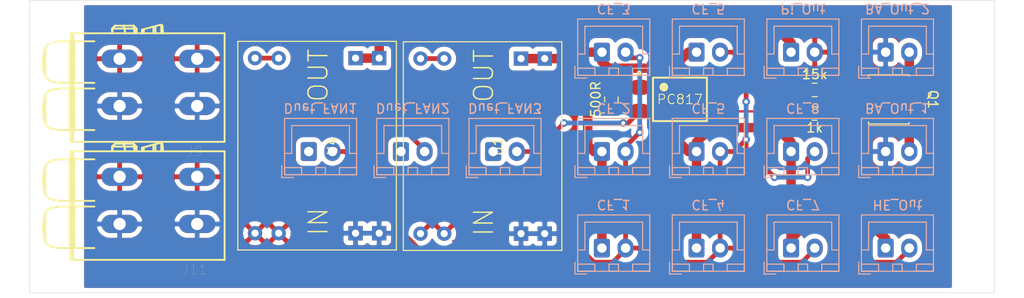
<source format=kicad_pcb>
(kicad_pcb (version 20171130) (host pcbnew "(5.1.5)-3")
  (layers (0 F.Cu signal) (31 B.Cu signal) (34 B.Paste user) (35 F.Paste user) (36 B.SilkS user) (37 F.SilkS user) (38 B.Mask user) (39 F.Mask user) (44 Edge.Cuts user))
  (net 0 "")
  (net 1 GND)
  (net 2 CF_SWITCHED_NEG)
  (net 3 +12V)
  (net 4 +24V)
  (net 5 +5V)
  (net 6 HE_SWITCHED_NEG)
  (net 7 BA_OUT_NEG)
  (net 8 "Net-(J15-Pad1)")
  (net 9 "Net-(J16-Pad1)")
  (net 10 BA_SWITCHED_NEG)
  (net 11 "Net-(J17-Pad1)")
  (net 12 "Net-(Q1-Pad4)")
  (net 13 "Net-(R1-Pad1)")
  (net 14 FET_GATE)
  (net 15 "Net-(U1-Pad4)")
  (net 16 "Net-(U4-Pad4)")
  (module MountingHole:MountingHole_2.2mm_M2 (layer F.Cu) (at 250 52.5)
    (fp_text reference H4 hide)
    (fp_text value MountingHole)
    (pad 1 np_thru_hole circle (at 0 0) (size 2.2 2.2) (drill 2.2) (layers *.Cu *.Mask))
  )
  (module MountingHole:MountingHole_2.2mm_M2 (layer F.Cu) (at 152 52.5)
    (fp_text reference H3 hide)
    (fp_text value MountingHole)
    (pad 1 np_thru_hole circle (at 0 0) (size 2.2 2.2) (drill 2.2) (layers *.Cu *.Mask))
  )
  (module MountingHole:MountingHole_2.2mm_M2 (layer F.Cu) (at 152 28.5)
    (fp_text reference H2 hide)
    (fp_text value MountingHole)
    (pad 1 np_thru_hole circle (at 0 0) (size 2.2 2.2) (drill 2.2) (layers *.Cu *.Mask))
  )
  (module MountingHole:MountingHole_2.2mm_M2 (layer F.Cu) (at 250 28.5)
    (fp_text reference H1 hide)
    (fp_text value MountingHole)
    (pad 1 np_thru_hole circle (at 0 0) (size 2.2 2.2) (drill 2.2) (layers *.Cu *.Mask))
  )
  (module OptoDevice:Sharp-PC817-SMD (layer F.Cu) (at 218.75 35.5)
    (fp_text reference U2 hide)
    (fp_text value PC817 (at 0 0) (layer F.SilkS) (effects (font (size 1.00037 1.00037) (thickness 0.1))))
    (pad 1 smd oval (at -4.25 -1.27) (size 2.25 1.6) (layers F.Cu F.Paste F.Mask) (net 13 "Net-(R1-Pad1)"))
    (pad 2 smd oval (at -4.25 1.27) (size 2.25 1.6) (layers F.Cu F.Paste F.Mask) (net 10 BA_SWITCHED_NEG))
    (pad 3 smd oval (at 4.25 1.27) (size 2.25 1.6) (layers F.Cu F.Paste F.Mask) (net 14 FET_GATE))
    (pad 4 smd oval (at 4.25 -1.27) (size 2.25 1.6) (layers F.Cu F.Paste F.Mask) (net 3 +12V))
  )
  (module Connector_Wago:WAGO-2604-1102 (layer F.Cu) (at 159.5 51 180)
    (fp_text reference J11 (at -7.925 -2.535) (layer F.SilkS) (effects (font (thickness 0.015))))
    (fp_text value Duet_Out)
    (fp_text user 1 (at 9.9 2.35) (layer F.SilkS) (effects (font (thickness 0.015))))
    (pad 1 thru_hole oval (at 0 2.3 180) (size 3.8608 1.9304) (drill 1.3) (layers *.Cu *.Mask) (net 4 +24V))
    (pad 1 thru_hole oval (at -8.2 2.3 180) (size 3.8608 1.9304) (drill 1.3) (layers *.Cu *.Mask) (net 4 +24V))
    (pad 2 thru_hole oval (at 0 7.3 180) (size 3.8608 1.9304) (drill 1.3) (layers *.Cu *.Mask) (net 1 GND))
    (pad 2 thru_hole oval (at -8.2 7.3 180) (size 3.8608 1.9304) (drill 1.3) (layers *.Cu *.Mask) (net 1 GND))
  )
  (module Connector_Wago:WAGO-2604-1102 (layer F.Cu) (at 159.5 38.5 180)
    (fp_text reference J9 (at -7.925 -2.535) (layer F.SilkS) (effects (font (thickness 0.015))))
    (fp_text value PSU_IN)
    (fp_text user 1 (at 9.9 2.35) (layer F.SilkS) (effects (font (thickness 0.015))))
    (pad 1 thru_hole oval (at 0 2.3 180) (size 3.8608 1.9304) (drill 1.3) (layers *.Cu *.Mask) (net 4 +24V))
    (pad 1 thru_hole oval (at -8.2 2.3 180) (size 3.8608 1.9304) (drill 1.3) (layers *.Cu *.Mask) (net 4 +24V))
    (pad 2 thru_hole oval (at 0 7.3 180) (size 3.8608 1.9304) (drill 1.3) (layers *.Cu *.Mask) (net 1 GND))
    (pad 2 thru_hole oval (at -8.2 7.3 180) (size 3.8608 1.9304) (drill 1.3) (layers *.Cu *.Mask) (net 1 GND))
  )
  (module Paul_custom_footprints:MP1584EN (layer F.Cu) (at 172 51.454 90)
    (fp_text reference U4 (at 11 10 90) (layer F.SilkS))
    (fp_text value LM2596)
    (fp_text user OUT (at 18.5 8.5 90) (layer F.SilkS) (effects (font (size 2 2))))
    (fp_text user IN (at 3 8.5 90) (layer F.SilkS) (effects (font (size 2 2))))
    (pad 3 thru_hole rect (at 20.32 14.946 90) (size 1.524 1.524) (drill 0.762) (layers *.Cu *.Mask) (net 5 +5V))
    (pad 3 thru_hole rect (at 20.32 12.446 90) (size 1.524 1.524) (drill 0.762) (layers *.Cu *.Mask) (net 5 +5V))
    (pad 4 thru_hole circle (at 20.32 4.318 90) (size 1.524 1.524) (drill 0.762) (layers *.Cu *.Mask) (net 16 "Net-(U4-Pad4)"))
    (pad 4 thru_hole circle (at 20.32 1.818 90) (size 1.524 1.524) (drill 0.762) (layers *.Cu *.Mask) (net 16 "Net-(U4-Pad4)"))
    (pad 1 thru_hole rect (at 1.778 14.946 90) (size 1.524 1.524) (drill 0.762) (layers *.Cu *.Mask) (net 4 +24V))
    (pad 1 thru_hole rect (at 1.778 12.446 90) (size 1.524 1.524) (drill 0.762) (layers *.Cu *.Mask) (net 4 +24V))
    (pad 2 thru_hole circle (at 1.778 4.318 90) (size 1.524 1.524) (drill 0.762) (layers *.Cu *.Mask) (net 1 GND))
    (pad 2 thru_hole circle (at 1.778 1.818 90) (size 1.524 1.524) (drill 0.762) (layers *.Cu *.Mask) (net 1 GND))
  )
  (module Paul_custom_footprints:MP1584EN (layer F.Cu) (at 189.5 51.5 90)
    (fp_text reference U1 (at 11 10 90) (layer F.SilkS))
    (fp_text value LM2596)
    (fp_text user OUT (at 18.5 8.5 90) (layer F.SilkS) (effects (font (size 2 2))))
    (fp_text user IN (at 3 8.5 90) (layer F.SilkS) (effects (font (size 2 2))))
    (pad 3 thru_hole rect (at 20.32 14.946 90) (size 1.524 1.524) (drill 0.762) (layers *.Cu *.Mask) (net 3 +12V))
    (pad 3 thru_hole rect (at 20.32 12.446 90) (size 1.524 1.524) (drill 0.762) (layers *.Cu *.Mask) (net 3 +12V))
    (pad 4 thru_hole circle (at 20.32 4.318 90) (size 1.524 1.524) (drill 0.762) (layers *.Cu *.Mask) (net 15 "Net-(U1-Pad4)"))
    (pad 4 thru_hole circle (at 20.32 1.818 90) (size 1.524 1.524) (drill 0.762) (layers *.Cu *.Mask) (net 15 "Net-(U1-Pad4)"))
    (pad 1 thru_hole rect (at 1.778 14.946 90) (size 1.524 1.524) (drill 0.762) (layers *.Cu *.Mask) (net 4 +24V))
    (pad 1 thru_hole rect (at 1.778 12.446 90) (size 1.524 1.524) (drill 0.762) (layers *.Cu *.Mask) (net 4 +24V))
    (pad 2 thru_hole circle (at 1.778 4.318 90) (size 1.524 1.524) (drill 0.762) (layers *.Cu *.Mask) (net 1 GND))
    (pad 2 thru_hole circle (at 1.778 1.818 90) (size 1.524 1.524) (drill 0.762) (layers *.Cu *.Mask) (net 1 GND))
  )
  (module Connector_JST:JST_XH_B2B-XH-A_1x02_P2.50mm_Vertical (layer B.Cu) (at 199 41.025)
    (fp_text reference J17 hide)
    (fp_text value Duet_FAN3 (at 1.25 -4.6 180 unlocked) (layer B.SilkS) (effects (justify mirror)))
    (pad 2 thru_hole oval (at 2.5 0) (size 1.7 2) (drill 1) (layers *.Cu *.Mask) (net 10 BA_SWITCHED_NEG))
    (pad 1 thru_hole roundrect (at 0 0) (size 1.7 2) (drill 1) (layers *.Cu *.Mask) (roundrect_rratio 0.147059) (net 11 "Net-(J17-Pad1)"))
  )
  (module Connector_JST:JST_XH_B2B-XH-A_1x02_P2.50mm_Vertical (layer B.Cu) (at 189.25 41.025)
    (fp_text reference J16 hide)
    (fp_text value Duet_FAN2 (at 1.25 -4.6 180 unlocked) (layer B.SilkS) (effects (justify mirror)))
    (pad 2 thru_hole oval (at 2.5 0) (size 1.7 2) (drill 1) (layers *.Cu *.Mask) (net 6 HE_SWITCHED_NEG))
    (pad 1 thru_hole roundrect (at 0 0) (size 1.7 2) (drill 1) (layers *.Cu *.Mask) (roundrect_rratio 0.147059) (net 9 "Net-(J16-Pad1)"))
  )
  (module Connector_JST:JST_XH_B2B-XH-A_1x02_P2.50mm_Vertical (layer B.Cu) (at 179.5 41.025)
    (fp_text reference J15 hide)
    (fp_text value Duet_FAN1 (at 1.25 -4.6 180 unlocked) (layer B.SilkS) (effects (justify mirror)))
    (pad 2 thru_hole oval (at 2.5 0) (size 1.7 2) (drill 1) (layers *.Cu *.Mask) (net 2 CF_SWITCHED_NEG))
    (pad 1 thru_hole roundrect (at 0 0) (size 1.7 2) (drill 1) (layers *.Cu *.Mask) (roundrect_rratio 0.147059) (net 8 "Net-(J15-Pad1)"))
  )
  (module Connector_JST:JST_XH_B2B-XH-A_1x02_P2.50mm_Vertical (layer B.Cu) (at 240.5 30.5)
    (fp_text reference J14 hide)
    (fp_text value BA_Out_2 (at 1.25 -4.6 180 unlocked) (layer B.SilkS) (effects (justify mirror)))
    (pad 2 thru_hole oval (at 2.5 0) (size 1.7 2) (drill 1) (layers *.Cu *.Mask) (net 7 BA_OUT_NEG))
    (pad 1 thru_hole roundrect (at 0 0) (size 1.7 2) (drill 1) (layers *.Cu *.Mask) (roundrect_rratio 0.147059) (net 4 +24V))
  )
  (module Connector_JST:JST_XH_B2B-XH-A_1x02_P2.50mm_Vertical (layer B.Cu) (at 240.5 41.025)
    (fp_text reference J13 hide)
    (fp_text value BA_Out_1 (at 1.25 -4.6 180 unlocked) (layer B.SilkS) (effects (justify mirror)))
    (pad 2 thru_hole oval (at 2.5 0) (size 1.7 2) (drill 1) (layers *.Cu *.Mask) (net 7 BA_OUT_NEG))
    (pad 1 thru_hole roundrect (at 0 0) (size 1.7 2) (drill 1) (layers *.Cu *.Mask) (roundrect_rratio 0.147059) (net 4 +24V))
  )
  (module Connector_JST:JST_XH_B2B-XH-A_1x02_P2.50mm_Vertical (layer B.Cu) (at 240.5 51.25)
    (fp_text reference J12 hide)
    (fp_text value HE_Out (at 1.25 -4.6 180 unlocked) (layer B.SilkS) (effects (justify mirror)))
    (pad 2 thru_hole oval (at 2.5 0) (size 1.7 2) (drill 1) (layers *.Cu *.Mask) (net 6 HE_SWITCHED_NEG))
    (pad 1 thru_hole roundrect (at 0 0) (size 1.7 2) (drill 1) (layers *.Cu *.Mask) (roundrect_rratio 0.147059) (net 3 +12V))
  )
  (module Connector_JST:JST_XH_B2B-XH-A_1x02_P2.50mm_Vertical (layer B.Cu) (at 230.5 30.5)
    (fp_text reference J10 hide)
    (fp_text value Pi_Out (at 1.25 -4.6 180 unlocked) (layer B.SilkS) (effects (justify mirror)))
    (pad 2 thru_hole oval (at 2.5 0) (size 1.7 2) (drill 1) (layers *.Cu *.Mask) (net 1 GND))
    (pad 1 thru_hole roundrect (at 0 0) (size 1.7 2) (drill 1) (layers *.Cu *.Mask) (roundrect_rratio 0.147059) (net 5 +5V))
  )
  (module Connector_JST:JST_XH_B2B-XH-A_1x02_P2.50mm_Vertical (layer B.Cu) (at 230.5 41.025)
    (fp_text reference J8 hide)
    (fp_text value CF_8 (at 1.25 -4.6 180 unlocked) (layer B.SilkS) (effects (justify mirror)))
    (pad 2 thru_hole oval (at 2.5 0) (size 1.7 2) (drill 1) (layers *.Cu *.Mask) (net 2 CF_SWITCHED_NEG))
    (pad 1 thru_hole roundrect (at 0 0) (size 1.7 2) (drill 1) (layers *.Cu *.Mask) (roundrect_rratio 0.147059) (net 3 +12V))
  )
  (module Connector_JST:JST_XH_B2B-XH-A_1x02_P2.50mm_Vertical (layer B.Cu) (at 230.5 51.25)
    (fp_text reference J7 hide)
    (fp_text value CF_7 (at 1.25 -4.6 180 unlocked) (layer B.SilkS) (effects (justify mirror)))
    (pad 2 thru_hole oval (at 2.5 0) (size 1.7 2) (drill 1) (layers *.Cu *.Mask) (net 2 CF_SWITCHED_NEG))
    (pad 1 thru_hole roundrect (at 0 0) (size 1.7 2) (drill 1) (layers *.Cu *.Mask) (roundrect_rratio 0.147059) (net 3 +12V))
  )
  (module Connector_JST:JST_XH_B2B-XH-A_1x02_P2.50mm_Vertical (layer B.Cu) (at 220.5 41.025)
    (fp_text reference J6 hide)
    (fp_text value CF_5 (at 1.25 -4.6 180 unlocked) (layer B.SilkS) (effects (justify mirror)))
    (pad 2 thru_hole oval (at 2.5 0) (size 1.7 2) (drill 1) (layers *.Cu *.Mask) (net 2 CF_SWITCHED_NEG))
    (pad 1 thru_hole roundrect (at 0 0) (size 1.7 2) (drill 1) (layers *.Cu *.Mask) (roundrect_rratio 0.147059) (net 3 +12V))
  )
  (module Connector_JST:JST_XH_B2B-XH-A_1x02_P2.50mm_Vertical (layer B.Cu) (at 220.5 30.5)
    (fp_text reference J5 hide)
    (fp_text value CF_5 (at 1.25 -4.6 180 unlocked) (layer B.SilkS) (effects (justify mirror)))
    (pad 2 thru_hole oval (at 2.5 0) (size 1.7 2) (drill 1) (layers *.Cu *.Mask) (net 2 CF_SWITCHED_NEG))
    (pad 1 thru_hole roundrect (at 0 0) (size 1.7 2) (drill 1) (layers *.Cu *.Mask) (roundrect_rratio 0.147059) (net 3 +12V))
  )
  (module Connector_JST:JST_XH_B2B-XH-A_1x02_P2.50mm_Vertical (layer B.Cu) (at 220.5 51.25)
    (fp_text reference J4 hide)
    (fp_text value CF_4 (at 1.25 -4.6 180 unlocked) (layer B.SilkS) (effects (justify mirror)))
    (pad 2 thru_hole oval (at 2.5 0) (size 1.7 2) (drill 1) (layers *.Cu *.Mask) (net 2 CF_SWITCHED_NEG))
    (pad 1 thru_hole roundrect (at 0 0) (size 1.7 2) (drill 1) (layers *.Cu *.Mask) (roundrect_rratio 0.147059) (net 3 +12V))
  )
  (module Connector_JST:JST_XH_B2B-XH-A_1x02_P2.50mm_Vertical (layer B.Cu) (at 210.5 30.5)
    (fp_text reference J3 hide)
    (fp_text value CF_3 (at 1.25 -4.6 180 unlocked) (layer B.SilkS) (effects (justify mirror)))
    (pad 2 thru_hole oval (at 2.5 0) (size 1.7 2) (drill 1) (layers *.Cu *.Mask) (net 2 CF_SWITCHED_NEG))
    (pad 1 thru_hole roundrect (at 0 0) (size 1.7 2) (drill 1) (layers *.Cu *.Mask) (roundrect_rratio 0.147059) (net 3 +12V))
  )
  (module Connector_JST:JST_XH_B2B-XH-A_1x02_P2.50mm_Vertical (layer B.Cu) (at 210.5 41.025)
    (fp_text reference J2 hide)
    (fp_text value CF_2 (at 1.25 -4.6 180 unlocked) (layer B.SilkS) (effects (justify mirror)))
    (pad 2 thru_hole oval (at 2.5 0) (size 1.7 2) (drill 1) (layers *.Cu *.Mask) (net 2 CF_SWITCHED_NEG))
    (pad 1 thru_hole roundrect (at 0 0) (size 1.7 2) (drill 1) (layers *.Cu *.Mask) (roundrect_rratio 0.147059) (net 3 +12V))
  )
  (module Connector_JST:JST_XH_B2B-XH-A_1x02_P2.50mm_Vertical (layer B.Cu) (at 210.5 51.25)
    (fp_text reference J1 hide)
    (fp_text value CF_1 (at 1.25 -4.6 180 unlocked) (layer B.SilkS) (effects (justify mirror)))
    (pad 2 thru_hole oval (at 2.5 0) (size 1.7 2) (drill 1) (layers *.Cu *.Mask) (net 2 CF_SWITCHED_NEG))
    (pad 1 thru_hole roundrect (at 0 0) (size 1.7 2) (drill 1) (layers *.Cu *.Mask) (roundrect_rratio 0.147059) (net 3 +12V))
  )
  (module Package_TO_SOT_SMD:LFPAK56 (layer F.Cu) (at 241 35.5)
    (fp_text reference Q1 (at 4.5 0 270 unlocked) (layer F.SilkS))
    (fp_text value PSMN0R9-25YLC)
    (pad 5 smd custom (at 0.435 0) (size 3.3 4.2) (layers F.Cu F.Mask) (net 7 BA_OUT_NEG) (options (clearance outline) (anchor rect)) (primitives (gr_poly (pts (xy 1.425 -2.35) (xy 2.975 -2.35) (xy 2.975 2.35) (xy 1.425 2.35)) (width 0))))
    (pad 4 smd rect (at -2.835 1.91 270) (size 0.7 1.15) (layers F.Cu F.Paste F.Mask) (net 12 "Net-(Q1-Pad4)"))
    (pad 3 smd rect (at -2.835 0.64 270) (size 0.7 1.15) (layers F.Cu F.Paste F.Mask) (net 1 GND))
    (pad 1 smd rect (at -2.835 -1.91 270) (size 0.7 1.15) (layers F.Cu F.Paste F.Mask) (net 1 GND))
    (pad 2 smd rect (at -2.835 -0.64 270) (size 0.7 1.15) (layers F.Cu F.Paste F.Mask) (net 1 GND))
  )
  (module Resistor_SMD:R_0805_2012Metric (layer F.Cu) (at 211.5 35.5 270)
    (fp_text reference R1 hide)
    (fp_text value 500R (at 0 1.65 90) (layer F.SilkS))
    (pad 1 smd roundrect (at -0.9375 0 270) (size 0.975 1.4) (layers F.Cu F.Paste F.Mask) (net 13 "Net-(R1-Pad1)"))
    (pad 2 smd roundrect (at 0.9375 0 270) (size 0.975 1.4) (layers F.Cu F.Paste F.Mask) (net 3 +12V))
  )
  (module Resistor_SMD:R_0805_2012Metric (layer F.Cu) (at 233 34.5 180)
    (fp_text reference R2 hide)
    (fp_text value 15k (at 0 1.65) (layer F.SilkS))
    (pad 2 smd roundrect (at 0.9375 0 180) (size 0.975 1.4) (layers F.Cu F.Paste F.Mask) (net 1 GND))
    (pad 1 smd roundrect (at -0.9375 0 180) (size 0.975 1.4) (layers F.Cu F.Paste F.Mask) (net 12 "Net-(Q1-Pad4)"))
  )
  (module Resistor_SMD:R_0805_2012Metric (layer F.Cu) (at 233 37 180)
    (fp_text reference R3 hide)
    (fp_text value 1k (at 0 -1.5) (layer F.SilkS))
    (pad 1 smd roundrect (at -0.9375 0 180) (size 0.975 1.4) (layers F.Cu F.Paste F.Mask) (net 12 "Net-(Q1-Pad4)"))
    (pad 2 smd roundrect (at 0.9375 0 180) (size 0.975 1.4) (layers F.Cu F.Paste F.Mask) (net 14 FET_GATE))
  )
  (gr_line (start 252 25) (end 252 56) (layer Edge.Cuts) (width 0.05))
  (gr_line (start 150 25) (end 252 25) (layer Edge.Cuts) (width 0.05))
  (gr_line (start 150 56) (end 252 56) (layer Edge.Cuts) (width 0.05))
  (gr_line (start 150 25) (end 150 56) (layer Edge.Cuts) (width 0.05))
  (segment (start 238.165 36.14) (end 238.165 34.86) (width 1) (layer F.Cu) (net 1))
  (segment (start 238.165 34.86) (end 238.165 33.59) (width 1) (layer F.Cu) (net 1))
  (segment (start 213 51.75) (end 213 51.25) (width 0.5) (layer F.Cu) (net 2))
  (segment (start 213 51.25) (end 213 41.025) (width 0.5) (layer F.Cu) (net 2))
  (segment (start 223 49.75) (end 223 41.025) (width 0.5) (layer F.Cu) (net 2))
  (segment (start 223 51.25) (end 223 49.75) (width 0.5) (layer F.Cu) (net 2))
  (segment (start 223 41.025) (end 224.475 41.025) (width 0.5) (layer F.Cu) (net 2))
  (via (at 225.75 39.75) (size 0.8) (drill 0.4) (layers F.Cu B.Cu) (net 2))
  (segment (start 224.475 41.025) (end 225.75 39.75) (width 0.5) (layer F.Cu) (net 2))
  (segment (start 225.75 39.75) (end 225.75 35.75) (width 0.5) (layer B.Cu) (net 2))
  (via (at 225.75 35.75) (size 0.8) (drill 0.4) (layers F.Cu B.Cu) (net 2))
  (segment (start 224.35 30.5) (end 223 30.5) (width 0.5) (layer F.Cu) (net 2))
  (segment (start 225.75 31.9) (end 224.35 30.5) (width 0.5) (layer F.Cu) (net 2))
  (segment (start 225.75 35.75) (end 225.75 31.9) (width 0.5) (layer F.Cu) (net 2))
  (via (at 228.75 43.75) (size 0.8) (drill 0.4) (layers F.Cu B.Cu) (net 2))
  (segment (start 225.75 39.75) (end 225.75 40.75) (width 0.5) (layer F.Cu) (net 2))
  (segment (start 225.75 40.75) (end 228.75 43.75) (width 0.5) (layer F.Cu) (net 2))
  (via (at 232.25 43.75) (size 0.8) (drill 0.4) (layers F.Cu B.Cu) (net 2))
  (segment (start 228.75 43.75) (end 232.25 43.75) (width 0.5) (layer B.Cu) (net 2))
  (segment (start 232.25 41.775) (end 233 41.025) (width 0.5) (layer F.Cu) (net 2))
  (segment (start 232.25 43.75) (end 232.25 41.775) (width 0.5) (layer F.Cu) (net 2))
  (segment (start 183.35 41.025) (end 189.75 47.425) (width 0.5) (layer F.Cu) (net 2))
  (segment (start 182 41.025) (end 183.35 41.025) (width 0.5) (layer F.Cu) (net 2))
  (segment (start 189.75 49.947762) (end 191.302238 51.5) (width 0.5) (layer F.Cu) (net 2))
  (segment (start 189.75 47.425) (end 189.75 49.947762) (width 0.5) (layer F.Cu) (net 2))
  (segment (start 211.65 52.75) (end 213 51.4) (width 0.5) (layer F.Cu) (net 2))
  (segment (start 213 51.4) (end 213 51.25) (width 0.5) (layer F.Cu) (net 2))
  (segment (start 209.660034 52.75) (end 211.65 52.75) (width 0.5) (layer F.Cu) (net 2))
  (segment (start 208.410034 51.5) (end 209.660034 52.75) (width 0.5) (layer F.Cu) (net 2))
  (segment (start 191.302238 51.5) (end 208.410034 51.5) (width 0.5) (layer F.Cu) (net 2))
  (segment (start 223 51.4) (end 223 51.25) (width 0.5) (layer F.Cu) (net 2))
  (segment (start 221.65 52.75) (end 223 51.4) (width 0.5) (layer F.Cu) (net 2))
  (segment (start 215.85 52.75) (end 221.65 52.75) (width 0.5) (layer F.Cu) (net 2))
  (segment (start 214.35 51.25) (end 215.85 52.75) (width 0.5) (layer F.Cu) (net 2))
  (segment (start 213 51.25) (end 214.35 51.25) (width 0.5) (layer F.Cu) (net 2))
  (segment (start 233 51.4) (end 233 51.25) (width 0.5) (layer F.Cu) (net 2))
  (segment (start 224.35 51.25) (end 225.85 52.75) (width 0.5) (layer F.Cu) (net 2))
  (segment (start 231.65 52.75) (end 233 51.4) (width 0.5) (layer F.Cu) (net 2))
  (segment (start 225.85 52.75) (end 231.65 52.75) (width 0.5) (layer F.Cu) (net 2))
  (segment (start 223 51.25) (end 224.35 51.25) (width 0.5) (layer F.Cu) (net 2))
  (via (at 214.5 39) (size 0.8) (drill 0.4) (layers F.Cu B.Cu) (net 2))
  (segment (start 213 41.025) (end 213 40.5) (width 0.5) (layer F.Cu) (net 2))
  (segment (start 213 40.5) (end 214.5 39) (width 0.5) (layer F.Cu) (net 2))
  (via (at 214.5 31.10001) (size 0.8) (drill 0.4) (layers F.Cu B.Cu) (net 2))
  (segment (start 214.5 39) (end 214.5 31.10001) (width 0.5) (layer B.Cu) (net 2))
  (segment (start 213.60001 31.10001) (end 213 30.5) (width 0.5) (layer F.Cu) (net 2))
  (segment (start 214.5 31.10001) (end 213.60001 31.10001) (width 0.5) (layer F.Cu) (net 2))
  (segment (start 201.946 31.18) (end 204.446 31.18) (width 1) (layer F.Cu) (net 3))
  (segment (start 209.65 41.025) (end 210.5 41.025) (width 1) (layer F.Cu) (net 3))
  (segment (start 209 40.375) (end 209.65 41.025) (width 1) (layer F.Cu) (net 3))
  (segment (start 210.5 41.025) (end 210.5 51.25) (width 1) (layer F.Cu) (net 3))
  (segment (start 210.8 36.4375) (end 210.2375 37) (width 0.25) (layer F.Cu) (net 3))
  (segment (start 211.5 36.4375) (end 210.8 36.4375) (width 0.25) (layer F.Cu) (net 3))
  (segment (start 210.2375 37) (end 209 37) (width 0.25) (layer F.Cu) (net 3))
  (segment (start 209 33.5) (end 209 37) (width 1) (layer F.Cu) (net 3))
  (segment (start 209 37) (end 209 40.375) (width 1) (layer F.Cu) (net 3))
  (segment (start 208.528 33.5) (end 209 33.5) (width 1) (layer F.Cu) (net 3))
  (segment (start 206.208 31.18) (end 208.528 33.5) (width 1) (layer F.Cu) (net 3))
  (segment (start 204.446 31.18) (end 206.208 31.18) (width 1) (layer F.Cu) (net 3))
  (segment (start 206.888 30.5) (end 210.5 30.5) (width 1) (layer F.Cu) (net 3))
  (segment (start 206.208 31.18) (end 206.888 30.5) (width 1) (layer F.Cu) (net 3))
  (segment (start 219.65 30.5) (end 218.75 31.4) (width 1) (layer F.Cu) (net 3))
  (segment (start 220.5 30.5) (end 219.65 30.5) (width 1) (layer F.Cu) (net 3))
  (segment (start 219.65 41.025) (end 220.5 41.025) (width 1) (layer F.Cu) (net 3))
  (segment (start 218.75 40.125) (end 219.65 41.025) (width 1) (layer F.Cu) (net 3))
  (segment (start 220.5 41.025) (end 220.5 51.25) (width 1) (layer F.Cu) (net 3))
  (segment (start 220.5 40.025) (end 222.025 38.5) (width 1) (layer F.Cu) (net 3))
  (segment (start 230.5 40.025) (end 230.5 41.025) (width 1) (layer F.Cu) (net 3))
  (segment (start 228.975 38.5) (end 230.5 40.025) (width 1) (layer F.Cu) (net 3))
  (segment (start 222.025 38.5) (end 228.975 38.5) (width 1) (layer F.Cu) (net 3))
  (segment (start 230.5 42.025) (end 230.5 51.25) (width 1) (layer F.Cu) (net 3))
  (segment (start 230.5 41.025) (end 230.5 42.025) (width 1) (layer F.Cu) (net 3))
  (segment (start 230.5 50.25) (end 232 48.75) (width 1) (layer F.Cu) (net 3))
  (segment (start 230.5 51.25) (end 230.5 50.25) (width 1) (layer F.Cu) (net 3))
  (segment (start 240.5 50.25) (end 240.5 51.25) (width 1) (layer F.Cu) (net 3))
  (segment (start 239 48.75) (end 240.5 50.25) (width 1) (layer F.Cu) (net 3))
  (segment (start 232 48.75) (end 239 48.75) (width 1) (layer F.Cu) (net 3))
  (segment (start 217.79999 32.20001) (end 218.5 31.5) (width 1) (layer F.Cu) (net 3))
  (segment (start 211.20001 32.20001) (end 217.79999 32.20001) (width 1) (layer F.Cu) (net 3))
  (segment (start 210.5 31.5) (end 211.20001 32.20001) (width 1) (layer F.Cu) (net 3))
  (segment (start 210.5 30.5) (end 210.5 31.5) (width 1) (layer F.Cu) (net 3))
  (segment (start 218.5 31.5) (end 218.75 40.125) (width 1) (layer F.Cu) (net 3))
  (segment (start 218.75 31.4) (end 218.5 31.5) (width 1) (layer F.Cu) (net 3))
  (segment (start 220.5 40.025) (end 220.5 41.025) (width 0.25) (layer F.Cu) (net 3))
  (segment (start 221.625 34.23) (end 220.5 35.355) (width 0.25) (layer F.Cu) (net 3))
  (segment (start 220.5 35.355) (end 220.5 40.025) (width 0.25) (layer F.Cu) (net 3))
  (segment (start 223 34.23) (end 221.625 34.23) (width 0.25) (layer F.Cu) (net 3))
  (segment (start 184.446 31.134) (end 186.946 31.134) (width 1) (layer F.Cu) (net 5))
  (segment (start 230.5 29.5) (end 230.5 30.5) (width 1) (layer F.Cu) (net 5))
  (segment (start 229.5 28.5) (end 230.5 29.5) (width 1) (layer F.Cu) (net 5))
  (segment (start 186.946 29.372) (end 187.818 28.5) (width 1) (layer F.Cu) (net 5))
  (segment (start 187.818 28.5) (end 229.5 28.5) (width 1) (layer F.Cu) (net 5))
  (segment (start 186.946 31.134) (end 186.946 29.372) (width 1) (layer F.Cu) (net 5))
  (segment (start 241.65 52.75) (end 243 51.4) (width 0.5) (layer F.Cu) (net 6))
  (segment (start 234.5 52.75) (end 241.65 52.75) (width 0.5) (layer F.Cu) (net 6))
  (segment (start 233.79999 53.45001) (end 234.5 52.75) (width 0.5) (layer F.Cu) (net 6))
  (segment (start 243 51.4) (end 243 51.25) (width 0.5) (layer F.Cu) (net 6))
  (segment (start 183.95001 53.45001) (end 233.79999 53.45001) (width 0.5) (layer F.Cu) (net 6))
  (segment (start 191.75 41.025) (end 191.75 40.875) (width 0.5) (layer F.Cu) (net 6))
  (segment (start 176 45.5) (end 183.95001 53.45001) (width 0.5) (layer F.Cu) (net 6))
  (segment (start 191.75 40.875) (end 189.125 38.25) (width 0.5) (layer F.Cu) (net 6))
  (segment (start 176.75 38.25) (end 176 39) (width 0.5) (layer F.Cu) (net 6))
  (segment (start 176 39) (end 176 45.5) (width 0.5) (layer F.Cu) (net 6))
  (segment (start 189.125 38.25) (end 176.75 38.25) (width 0.5) (layer F.Cu) (net 6))
  (segment (start 243 33.935) (end 241.435 35.5) (width 1) (layer F.Cu) (net 7))
  (segment (start 243 30.5) (end 243 33.935) (width 1) (layer F.Cu) (net 7))
  (segment (start 243 37.065) (end 241.435 35.5) (width 1) (layer F.Cu) (net 7))
  (segment (start 243 41.025) (end 243 37.065) (width 1) (layer F.Cu) (net 7))
  (via (at 206.5 38) (size 0.8) (drill 0.4) (layers F.Cu B.Cu) (net 10))
  (segment (start 201.5 41.025) (end 203.475 41.025) (width 0.5) (layer F.Cu) (net 10))
  (segment (start 203.475 41.025) (end 206.5 38) (width 0.5) (layer F.Cu) (net 10))
  (via (at 212.75 38) (size 0.8) (drill 0.4) (layers F.Cu B.Cu) (net 10))
  (segment (start 206.5 38) (end 212.75 38) (width 0.5) (layer B.Cu) (net 10))
  (segment (start 213.27 38) (end 214.5 36.77) (width 0.5) (layer F.Cu) (net 10))
  (segment (start 212.75 38) (end 213.27 38) (width 0.5) (layer F.Cu) (net 10))
  (segment (start 214.1675 34.5625) (end 214.5 34.23) (width 0.25) (layer F.Cu) (net 13))
  (segment (start 211.5 34.5625) (end 214.1675 34.5625) (width 0.25) (layer F.Cu) (net 13))
  (segment (start 233.8325 36.77) (end 234.0625 37) (width 0.25) (layer F.Cu) (net 12))
  (segment (start 233.9375 37) (end 236.25 37) (width 0.25) (layer F.Cu) (net 12))
  (segment (start 236.66 37.41) (end 238.165 37.41) (width 0.25) (layer F.Cu) (net 12))
  (segment (start 236.25 37) (end 236.66 37.41) (width 0.25) (layer F.Cu) (net 12))
  (segment (start 233.9375 36.3) (end 233.9375 34.5) (width 0.25) (layer F.Cu) (net 12))
  (segment (start 233.9375 37) (end 233.9375 36.3) (width 0.25) (layer F.Cu) (net 12))
  (segment (start 231.8325 36.77) (end 232.0625 37) (width 0.25) (layer F.Cu) (net 14))
  (segment (start 223 36.77) (end 231.8325 36.77) (width 0.25) (layer F.Cu) (net 14))
  (segment (start 191.318 31.18) (end 193.818 31.18) (width 0.5) (layer F.Cu) (net 15))
  (segment (start 173.818 31.134) (end 176.318 31.134) (width 0.5) (layer F.Cu) (net 16))
  (zone (net 1) (net_name GND) (layer F.Cu) (connect_pads (clearance 0.508)) (min_thickness 0.254) (fill yes (arc_segments 32) (thermal_gap 0.508) (thermal_bridge_width 0.508))
    (polygon (pts (xy 247.5 55.5) (xy 155.75 55.5) (xy 155.75 25.5) (xy 247.5 25.5)))
  )
  (zone (net 4) (net_name +24V) (layer B.Cu) (connect_pads (clearance 0.508)) (min_thickness 0.254) (fill yes (arc_segments 32) (thermal_gap 0.508) (thermal_bridge_width 0.508))
    (polygon (pts (xy 247.5 55.5) (xy 155.75 55.5) (xy 155.75 25.5) (xy 247.5 25.5)))
  )
)
</source>
